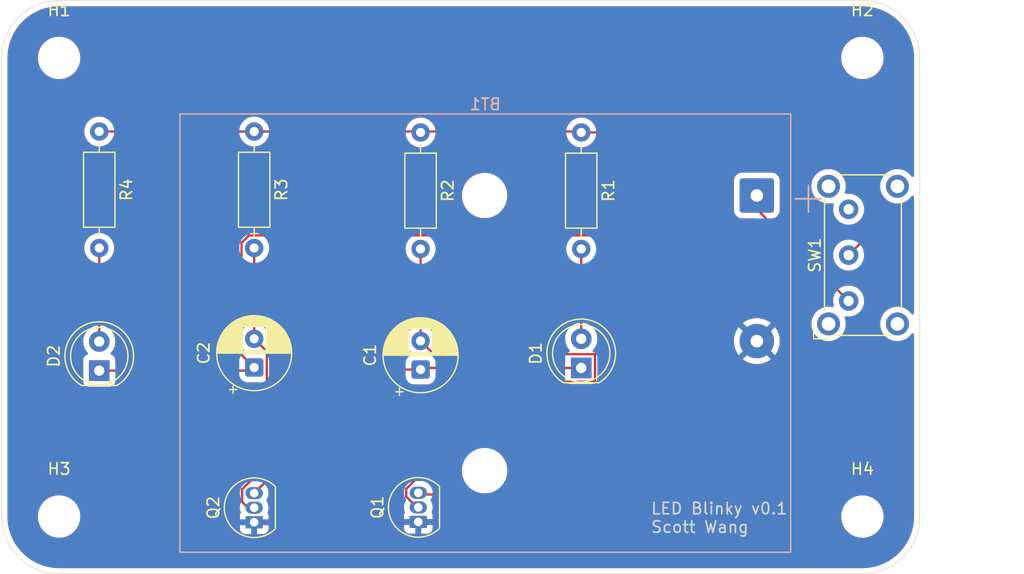
<source format=kicad_pcb>
(kicad_pcb (version 20241229) (generator "pcbnew") (generator_version "9.0")
  (layers (0 "F.Cu" signal) (2 "B.Cu" signal) (13 "F.Paste" user) (15 "B.Paste" user) (5 "F.SilkS" user "F.Silkscreen") (7 "B.SilkS" user "B.Silkscreen") (1 "F.Mask" user) (3 "B.Mask" user) (25 "Edge.Cuts" user))
  (net 0 "")
  (net 1 "Net-(BT1-+)")
  (net 2 "GND")
  (net 3 "Net-(D1-K)")
  (net 4 "Net-(Q1-B)")
  (net 5 "Net-(D2-K)")
  (net 6 "Net-(Q2-B)")
  (net 7 "Net-(D1-A)")
  (net 8 "Net-(D2-A)")
  (net 9 "VCC")
  (footprint "MountingHole:MountingHole_3.2mm_M3" (layer "F.Cu") (at 171.5 36)
    (property "Reference" "H1" (at 0 -4.15 0) (layer "F.SilkS"))
    (property "Value" "MountingHole")
    (pad "" np_thru_hole circle (at 0 0) (size 3.2 3.2) (drill 3.2) (layers "*.Cu" "*.Mask"))
  )
  (footprint "MountingHole:MountingHole_3.2mm_M3" (layer "F.Cu") (at 241.5 76)
    (property "Reference" "H4" (at 0 -4.15 0) (layer "F.SilkS"))
    (property "Value" "MountingHole")
    (pad "" np_thru_hole circle (at 0 0) (size 3.2 3.2) (drill 3.2) (layers "*.Cu" "*.Mask"))
  )
  (footprint "Capacitor_THT:CP_Radial_D6.3mm_P2.50mm" (layer "F.Cu") (at 188.5 63 90)
    (property "Reference" "C2" (at 1.25 -4.4 90) (layer "F.SilkS"))
    (property "Value" "10u")
    (fp_line (start 1.29 -3.23) (end 1.29 3.23) (stroke (width 0.12)) (layer "F.SilkS"))
    (fp_line (start 1.25 -3.23) (end 1.25 3.23) (stroke (width 0.12)) (layer "F.SilkS"))
    (fp_line (start 1.33 -3.229) (end 1.33 3.229) (stroke (width 0.12)) (layer "F.SilkS"))
    (fp_line (start 1.37 -3.228) (end 1.37 3.228) (stroke (width 0.12)) (layer "F.SilkS"))
    (fp_line (start 1.41 -3.226) (end 1.41 3.226) (stroke (width 0.12)) (layer "F.SilkS"))
    (fp_line (start 1.45 -3.224) (end 1.45 3.224) (stroke (width 0.12)) (layer "F.SilkS"))
    (fp_line (start 1.49 -3.221) (end 1.49 -1.04) (stroke (width 0.12)) (layer "F.SilkS"))
    (fp_line (start 1.53 -3.218) (end 1.53 -1.04) (stroke (width 0.12)) (layer "F.SilkS"))
    (fp_line (start 1.57 -3.214) (end 1.57 -1.04) (stroke (width 0.12)) (layer "F.SilkS"))
    (fp_line (start 1.61 -3.21) (end 1.61 -1.04) (stroke (width 0.12)) (layer "F.SilkS"))
    (fp_line (start 1.65 -3.205) (end 1.65 -1.04) (stroke (width 0.12)) (layer "F.SilkS"))
    (fp_line (start 1.69 -3.2) (end 1.69 -1.04) (stroke (width 0.12)) (layer "F.SilkS"))
    (fp_line (start 1.73 -3.195) (end 1.73 -1.04) (stroke (width 0.12)) (layer "F.SilkS"))
    (fp_line (start 1.77 -3.188) (end 1.77 -1.04) (stroke (width 0.12)) (layer "F.SilkS"))
    (fp_line (start 1.81 -3.182) (end 1.81 -1.04) (stroke (width 0.12)) (layer "F.SilkS"))
    (fp_line (start 1.85 -3.174) (end 1.85 -1.04) (stroke (width 0.12)) (layer "F.SilkS"))
    (fp_line (start 1.89 -3.167) (end 1.89 -1.04) (stroke (width 0.12)) (layer "F.SilkS"))
    (fp_line (start 1.93 -3.159) (end 1.93 -1.04) (stroke (width 0.12)) (layer "F.SilkS"))
    (fp_line (start 1.97 -3.15) (end 1.97 -1.04) (stroke (width 0.12)) (layer "F.SilkS"))
    (fp_line (start 2.01 -3.14) (end 2.01 -1.04) (stroke (width 0.12)) (layer "F.SilkS"))
    (fp_line (start 2.05 -3.131) (end 2.05 -1.04) (stroke (width 0.12)) (layer "F.SilkS"))
    (fp_line (start 2.09 -3.12) (end 2.09 -1.04) (stroke (width 0.12)) (layer "F.SilkS"))
    (fp_line (start 2.13 -3.109) (end 2.13 -1.04) (stroke (width 0.12)) (layer "F.SilkS"))
    (fp_line (start 2.17 -3.098) (end 2.17 -1.04) (stroke (width 0.12)) (layer "F.SilkS"))
    (fp_line (start 2.21 -3.086) (end 2.21 -1.04) (stroke (width 0.12)) (layer "F.SilkS"))
    (fp_line (start 2.25 -3.073) (end 2.25 -1.04) (stroke (width 0.12)) (layer "F.SilkS"))
    (fp_line (start 2.29 -3.06) (end 2.29 -1.04) (stroke (width 0.12)) (layer "F.SilkS"))
    (fp_line (start 2.33 -3.047) (end 2.33 -1.04) (stroke (width 0.12)) (layer "F.SilkS"))
    (fp_line (start 2.37 -3.032) (end 2.37 -1.04) (stroke (width 0.12)) (layer "F.SilkS"))
    (fp_line (start 2.41 -3.017) (end 2.41 -1.04) (stroke (width 0.12)) (layer "F.SilkS"))
    (fp_line (start 2.45 -3.002) (end 2.45 -1.04) (stroke (width 0.12)) (layer "F.SilkS"))
    (fp_line (start 2.49 -2.986) (end 2.49 -1.04) (stroke (width 0.12)) (layer "F.SilkS"))
    (fp_line (start 2.53 -2.969) (end 2.53 -1.04) (stroke (width 0.12)) (layer "F.SilkS"))
    (fp_line (start 2.57 -2.952) (end 2.57 -1.04) (stroke (width 0.12)) (layer "F.SilkS"))
    (fp_line (start 2.61 -2.934) (end 2.61 -1.04) (stroke (width 0.12)) (layer "F.SilkS"))
    (fp_line (start 2.65 -2.915) (end 2.65 -1.04) (stroke (width 0.12)) (layer "F.SilkS"))
    (fp_line (start 2.69 -2.896) (end 2.69 -1.04) (stroke (width 0.12)) (layer "F.SilkS"))
    (fp_line (start 2.73 -2.876) (end 2.73 -1.04) (stroke (width 0.12)) (layer "F.SilkS"))
    (fp_line (start 2.77 -2.855) (end 2.77 -1.04) (stroke (width 0.12)) (layer "F.SilkS"))
    (fp_line (start 2.81 -2.834) (end 2.81 -1.04) (stroke (width 0.12)) (layer "F.SilkS"))
    (fp_line (start 2.85 -2.812) (end 2.85 -1.04) (stroke (width 0.12)) (layer "F.SilkS"))
    (fp_line (start 2.89 -2.789) (end 2.89 -1.04) (stroke (width 0.12)) (layer "F.SilkS"))
    (fp_line (start 2.93 -2.765) (end 2.93 -1.04) (stroke (width 0.12)) (layer "F.SilkS"))
    (fp_line (start 2.97 -2.741) (end 2.97 -1.04) (stroke (width 0.12)) (layer "F.SilkS"))
    (fp_line (start 3.01 -2.716) (end 3.01 -1.04) (stroke (width 0.12)) (layer "F.SilkS"))
    (fp_line (start 3.05 -2.69) (end 3.05 -1.04) (stroke (width 0.12)) (layer "F.SilkS"))
    (fp_line (start 3.09 -2.663) (end 3.09 -1.04) (stroke (width 0.12)) (layer "F.SilkS"))
    (fp_line (start 3.13 -2.636) (end 3.13 -1.04) (stroke (width 0.12)) (layer "F.SilkS"))
    (fp_line (start 3.17 -2.607) (end 3.17 -1.04) (stroke (width 0.12)) (layer "F.SilkS"))
    (fp_line (start 3.21 -2.577) (end 3.21 -1.04) (stroke (width 0.12)) (layer "F.SilkS"))
    (fp_line (start 3.25 -2.547) (end 3.25 -1.04) (stroke (width 0.12)) (layer "F.SilkS"))
    (fp_line (start 3.29 -2.516) (end 3.29 -1.04) (stroke (width 0.12)) (layer "F.SilkS"))
    (fp_line (start 3.33 -2.483) (end 3.33 -1.04) (stroke (width 0.12)) (layer "F.SilkS"))
    (fp_line (start 3.37 -2.45) (end 3.37 -1.04) (stroke (width 0.12)) (layer "F.SilkS"))
    (fp_line (start 3.41 -2.415) (end 3.41 -1.04) (stroke (width 0.12)) (layer "F.SilkS"))
    (fp_line (start 3.45 -2.379) (end 3.45 -1.04) (stroke (width 0.12)) (layer "F.SilkS"))
    (fp_line (start 3.49 -2.342) (end 3.49 -1.04) (stroke (width 0.12)) (layer "F.SilkS"))
    (fp_line (start 3.53 -2.304) (end 3.53 -1.04) (stroke (width 0.12)) (layer "F.SilkS"))
    (fp_line (start 3.57 -2.264) (end 3.57 2.264) (stroke (width 0.12)) (layer "F.SilkS"))
    (fp_line (start 3.61 -2.223) (end 3.61 2.223) (stroke (width 0.12)) (layer "F.SilkS"))
    (fp_line (start 3.65 -2.181) (end 3.65 2.181) (stroke (width 0.12)) (layer "F.SilkS"))
    (fp_line (start -1.935241 -2.154) (end -1.935241 -1.524) (stroke (width 0.12)) (layer "F.SilkS"))
    (fp_line (start 3.69 -2.137) (end 3.69 2.137) (stroke (width 0.12)) (layer "F.SilkS"))
    (fp_line (start 3.73 -2.091) (end 3.73 2.091) (stroke (width 0.12)) (layer "F.SilkS"))
    (fp_line (start 3.77 -2.044) (end 3.77 2.044) (stroke (width 0.12)) (layer "F.SilkS"))
    (fp_line (start 3.81 -1.995) (end 3.81 1.995) (stroke (width 0.12)) (layer "F.SilkS"))
    (fp_line (start 3.85 -1.943) (end 3.85 1.943) (stroke (width 0.12)) (layer "F.SilkS"))
    (fp_line (start 3.89 -1.89) (end 3.89 1.89) (stroke (width 0.12)) (layer "F.SilkS"))
    (fp_line (start -2.250241 -1.839) (end -1.620241 -1.839) (stroke (width 0.12)) (layer "F.SilkS"))
    (fp_line (start 3.93 -1.834) (end 3.93 1.834) (stroke (width 0.12)) (layer "F.SilkS"))
    (fp_line (start 3.97 -1.775) (end 3.97 1.775) (stroke (width 0.12)) (layer "F.SilkS"))
    (fp_line (start 4.01 -1.714) (end 4.01 1.714) (stroke (width 0.12)) (layer "F.SilkS"))
    (fp_line (start 4.05 -1.649) (end 4.05 1.649) (stroke (width 0.12)) (layer "F.SilkS"))
    (fp_line (start 4.09 -1.581) (end 4.09 1.581) (stroke (width 0.12)) (layer "F.SilkS"))
    (fp_line (start 4.13 -1.509) (end 4.13 1.509) (stroke (width 0.12)) (layer "F.SilkS"))
    (fp_line (start 4.17 -1.432) (end 4.17 1.432) (stroke (width 0.12)) (layer "F.SilkS"))
    (fp_line (start 4.21 -1.35) (end 4.21 1.35) (stroke (width 0.12)) (layer "F.SilkS"))
    (fp_line (start 4.25 -1.261) (end 4.25 1.261) (stroke (width 0.12)) (layer "F.SilkS"))
    (fp_line (start 4.29 -1.165) (end 4.29 1.165) (stroke (width 0.12)) (layer "F.SilkS"))
    (fp_line (start 4.33 -1.058) (end 4.33 1.058) (stroke (width 0.12)) (layer "F.SilkS"))
    (fp_line (start 4.37 -0.939) (end 4.37 0.939) (stroke (width 0.12)) (layer "F.SilkS"))
    (fp_line (start 4.41 -0.801) (end 4.41 0.801) (stroke (width 0.12)) (layer "F.SilkS"))
    (fp_line (start 4.45 -0.633) (end 4.45 0.633) (stroke (width 0.12)) (layer "F.SilkS"))
    (fp_line (start 4.49 -0.402) (end 4.49 0.402) (stroke (width 0.12)) (layer "F.SilkS"))
    (fp_line (start 3.53 1.04) (end 3.53 2.304) (stroke (width 0.12)) (layer "F.SilkS"))
    (fp_line (start 3.49 1.04) (end 3.49 2.342) (stroke (width 0.12)) (layer "F.SilkS"))
    (fp_line (start 3.45 1.04) (end 3.45 2.379) (stroke (width 0.12)) (layer "F.SilkS"))
    (fp_line (start 3.41 1.04) (end 3.41 2.415) (stroke (width 0.12)) (layer "F.SilkS"))
    (fp_line (start 3.37 1.04) (end 3.37 2.45) (stroke (width 0.12)) (layer "F.SilkS"))
    (fp_line (start 3.33 1.04) (end 3.33 2.483) (stroke (width 0.12)) (layer "F.SilkS"))
    (fp_line (start 3.29 1.04) (end 3.29 2.516) (stroke (width 0.12)) (layer "F.SilkS"))
    (fp_line (start 3.25 1.04) (end 3.25 2.547) (stroke (width 0.12)) (layer "F.SilkS"))
    (fp_line (start 3.21 1.04) (end 3.21 2.577) (stroke (width 0.12)) (layer "F.SilkS"))
    (fp_line (start 3.17 1.04) (end 3.17 2.607) (stroke (width 0.12)) (layer "F.SilkS"))
    (fp_line (start 3.13 1.04) (end 3.13 2.636) (stroke (width 0.12)) (layer "F.SilkS"))
    (fp_line (start 3.09 1.04) (end 3.09 2.663) (stroke (width 0.12)) (layer "F.SilkS"))
    (fp_line (start 3.05 1.04) (end 3.05 2.69) (stroke (width 0.12)) (layer "F.SilkS"))
    (fp_line (start 3.01 1.04) (end 3.01 2.716) (stroke (width 0.12)) (layer "F.SilkS"))
    (fp_line (start 2.97 1.04) (end 2.97 2.741) (stroke (width 0.12)) (layer "F.SilkS"))
    (fp_line (start 2.93 1.04) (end 2.93 2.765) (stroke (width 0.12)) (layer "F.SilkS"))
    (fp_line (start 2.89 1.04) (end 2.89 2.789) (stroke (width 0.12)) (layer "F.SilkS"))
    (fp_line (start 2.85 1.04) (end 2.85 2.812) (stroke (width 0.12)) (layer "F.SilkS"))
    (fp_line (start 2.81 1.04) (end 2.81 2.834) (stroke (width 0.12)) (layer "F.SilkS"))
    (fp_line (start 2.77 1.04) (end 2.77 2.855) (stroke (width 0.12)) (layer "F.SilkS"))
    (fp_line (start 2.73 1.04) (end 2.73 2.876) (stroke (width 0.12)) (layer "F.SilkS"))
    (fp_line (start 2.69 1.04) (end 2.69 2.896) (stroke (width 0.12)) (layer "F.SilkS"))
    (fp_line (start 2.65 1.04) (end 2.65 2.915) (stroke (width 0.12)) (layer "F.SilkS"))
    (fp_line (start 2.61 1.04) (end 2.61 2.934) (stroke (width 0.12)) (layer "F.SilkS"))
    (fp_line (start 2.57 1.04) (end 2.57 2.952) (stroke (width 0.12)) (layer "F.SilkS"))
    (fp_line (start 2.53 1.04) (end 2.53 2.969) (stroke (width 0.12)) (layer "F.SilkS"))
    (fp_line (start 2.49 1.04) (end 2.49 2.986) (stroke (width 0.12)) (layer "F.SilkS"))
    (fp_line (start 2.45 1.04) (end 2.45 3.002) (stroke (width 0.12)) (layer "F.SilkS"))
    (fp_line (start 2.41 1.04) (end 2.41 3.017) (stroke (width 0.12)) (layer "F.SilkS"))
    (fp_line (start 2.37 1.04) (end 2.37 3.032) (stroke (width 0.12)) (layer "F.SilkS"))
    (fp_line (start 2.33 1.04) (end 2.33 3.047) (stroke (width 0.12)) (layer "F.SilkS"))
    (fp_line (start 2.29 1.04) (end 2.29 3.06) (stroke (width 0.12)) (layer "F.SilkS"))
    (fp_line (start 2.25 1.04) (end 2.25 3.073) (stroke (width 0.12)) (layer "F.SilkS"))
    (fp_line (start 2.21 1.04) (end 2.21 3.086) (stroke (width 0.12)) (layer "F.SilkS"))
    (fp_line (start 2.17 1.04) (end 2.17 3.098) (stroke (width 0.12)) (layer "F.SilkS"))
    (fp_line (start 2.13 1.04) (end 2.13 3.109) (stroke (width 0.12)) (layer "F.SilkS"))
    (fp_line (start 2.09 1.04) (end 2.09 3.12) (stroke (width 0.12)) (layer "F.SilkS"))
    (fp_line (start 2.05 1.04) (end 2.05 3.131) (stroke (width 0.12)) (layer "F.SilkS"))
    (fp_line (start 2.01 1.04) (end 2.01 3.14) (stroke (width 0.12)) (layer "F.SilkS"))
    (fp_line (start 1.97 1.04) (end 1.97 3.15) (stroke (width 0.12)) (layer "F.SilkS"))
    (fp_line (start 1.93 1.04) (end 1.93 3.159) (stroke (width 0.12)) (layer "F.SilkS"))
    (fp_line (start 1.89 1.04) (end 1.89 3.167) (stroke (width 0.12)) (layer "F.SilkS"))
    (fp_line (start 1.85 1.04) (end 1.85 3.174) (stroke (width 0.12)) (layer "F.SilkS"))
    (fp_line (start 1.81 1.04) (end 1.81 3.182) (stroke (width 0.12)) (layer "F.SilkS"))
    (fp_line (start 1.77 1.04) (end 1.77 3.188) (stroke (width 0.12)) (layer "F.SilkS"))
    (fp_line (start 1.73 1.04) (end 1.73 3.195) (stroke (width 0.12)) (layer "F.SilkS"))
    (fp_line (start 1.69 1.04) (end 1.69 3.2) (stroke (width 0.12)) (layer "F.SilkS"))
    (fp_line (start 1.65 1.04) (end 1.65 3.205) (stroke (width 0.12)) (layer "F.SilkS"))
    (fp_line (start 1.61 1.04) (end 1.61 3.21) (stroke (width 0.12)) (layer "F.SilkS"))
    (fp_line (start 1.57 1.04) (end 1.57 3.214) (stroke (width 0.12)) (layer "F.SilkS"))
    (fp_line (start 1.53 1.04) (end 1.53 3.218) (stroke (width 0.12)) (layer "F.SilkS"))
    (fp_line (start 1.49 1.04) (end 1.49 3.221) (stroke (width 0.12)) (layer "F.SilkS"))
    (fp_circle (center 1.25 0) (end 4.52 0) (stroke (width 0.12)) (fill no) (layer "F.SilkS"))
    (pad "1" thru_hole roundrect (at 0 0 90) (size 1.6 1.6) (drill 0.8) (layers "*.Cu" "*.Mask") (roundrect_rratio 0.15625) (net 5 "Net-(D2-K)"))
    (pad "2" thru_hole circle (at 2.5 0 90) (size 1.6 1.6) (drill 0.8) (layers "*.Cu" "*.Mask") (net 6 "Net-(Q2-B)"))
  )
  (footprint "Resistor_THT:R_Axial_DIN0207_L6.3mm_D2.5mm_P10.16mm_Horizontal" (layer "F.Cu") (at 203 42.5 -90)
    (property "Reference" "R2" (at 5.08 -2.37 90) (layer "F.SilkS"))
    (property "Value" "47k")
    (fp_line (start 1.04 0) (end 1.81 0) (stroke (width 0.12)) (layer "F.SilkS"))
    (fp_line (start 9.12 0) (end 8.35 0) (stroke (width 0.12)) (layer "F.SilkS"))
    (fp_rect (start 1.81 -1.37) (end 8.35 1.37) (stroke (width 0.12)) (fill no) (layer "F.SilkS"))
    (pad "1" thru_hole circle (at 0 0 270) (size 1.6 1.6) (drill 0.8) (layers "*.Cu" "*.Mask") (net 9 "VCC"))
    (pad "2" thru_hole circle (at 10.16 0 270) (size 1.6 1.6) (drill 0.8) (layers "*.Cu" "*.Mask") (net 4 "Net-(Q1-B)"))
  )
  (footprint "Button_Switch_THT:SW_E-Switch_EG1224_SPDT_Angled" (layer "F.Cu") (at 240.3 57.2 90)
    (property "Reference" "SW1" (at 4 -2.95 90) (layer "F.SilkS"))
    (property "Value" "SW_SPDT")
    (fp_line (start -3.3 -3.05) (end -2 -3.05) (stroke (width 0.12)) (layer "F.SilkS"))
    (fp_line (start -0.95 -2.1) (end 8.95 -2.1) (stroke (width 0.12)) (layer "F.SilkS"))
    (fp_line (start -3.3 -1.75) (end -3.3 -3.05) (stroke (width 0.12)) (layer "F.SilkS"))
    (fp_line (start 11 -1.35) (end 11 3.85) (stroke (width 0.12)) (layer "F.SilkS"))
    (fp_line (start -3 3.85) (end -3 -1.35) (stroke (width 0.12)) (layer "F.SilkS"))
    (fp_line (start 8.95 4.6) (end -0.95 4.6) (stroke (width 0.12)) (layer "F.SilkS"))
    (pad "" thru_hole circle (at -2 -1.75 90) (size 2 2) (drill 1.2) (layers "*.Cu" "*.Mask"))
    (pad "" thru_hole circle (at -2 4.25 90) (size 2 2) (drill 1.2) (layers "*.Cu" "*.Mask"))
    (pad "" thru_hole circle (at 10 -1.75 90) (size 2 2) (drill 1.2) (layers "*.Cu" "*.Mask"))
    (pad "" thru_hole circle (at 10 4.25 90) (size 2 2) (drill 1.2) (layers "*.Cu" "*.Mask"))
    (pad "1" thru_hole circle (at 0 0 90) (size 1.7 1.7) (drill 0.9) (layers "*.Cu" "*.Mask") (net 1 "Net-(BT1-+)"))
    (pad "2" thru_hole circle (at 4 0 90) (size 1.7 1.7) (drill 0.9) (layers "*.Cu" "*.Mask") (net 9 "VCC"))
    (pad "3" thru_hole circle (at 8 0 90) (size 1.7 1.7) (drill 0.9) (layers "*.Cu" "*.Mask"))
  )
  (footprint "LED_THT:LED_D5.0mm" (layer "F.Cu") (at 175 63.275 90)
    (property "Reference" "D2" (at 1.27 -3.96 90) (layer "F.SilkS"))
    (property "Value" "LED")
    (fp_line (start -1.29 -1.545) (end -1.29 1.545) (stroke (width 0.12)) (layer "F.SilkS"))
    (fp_arc (start -1.29 -1.54483) (mid 2.071779 -2.880495) (end 4.26 0) (stroke (width 0.12)) (layer "F.SilkS"))
    (fp_arc (start 4.26 0) (mid 2.071779 2.880495) (end -1.29 1.54483) (stroke (width 0.12)) (layer "F.SilkS"))
    (fp_circle (center 1.27 0) (end 3.77 0) (stroke (width 0.12)) (fill no) (layer "F.SilkS"))
    (pad "1" thru_hole rect (at 0 0 90) (size 1.8 1.8) (drill 0.9) (layers "*.Cu" "*.Mask") (net 5 "Net-(D2-K)"))
    (pad "2" thru_hole circle (at 2.54 0 90) (size 1.8 1.8) (drill 0.9) (layers "*.Cu" "*.Mask") (net 8 "Net-(D2-A)"))
  )
  (footprint "Resistor_THT:R_Axial_DIN0207_L6.3mm_D2.5mm_P10.16mm_Horizontal" (layer "F.Cu") (at 188.5 42.42 -90)
    (property "Reference" "R3" (at 5.08 -2.37 90) (layer "F.SilkS"))
    (property "Value" "47k")
    (fp_line (start 1.04 0) (end 1.81 0) (stroke (width 0.12)) (layer "F.SilkS"))
    (fp_line (start 9.12 0) (end 8.35 0) (stroke (width 0.12)) (layer "F.SilkS"))
    (fp_rect (start 1.81 -1.37) (end 8.35 1.37) (stroke (width 0.12)) (fill no) (layer "F.SilkS"))
    (pad "1" thru_hole circle (at 0 0 270) (size 1.6 1.6) (drill 0.8) (layers "*.Cu" "*.Mask") (net 9 "VCC"))
    (pad "2" thru_hole circle (at 10.16 0 270) (size 1.6 1.6) (drill 0.8) (layers "*.Cu" "*.Mask") (net 6 "Net-(Q2-B)"))
  )
  (footprint "MountingHole:MountingHole_3.2mm_M3" (layer "F.Cu") (at 171.5 76)
    (property "Reference" "H3" (at 0 -4.15 0) (layer "F.SilkS"))
    (property "Value" "MountingHole")
    (pad "" np_thru_hole circle (at 0 0) (size 3.2 3.2) (drill 3.2) (layers "*.Cu" "*.Mask"))
  )
  (footprint "Package_TO_SOT_THT:TO-92_Inline" (layer "F.Cu") (at 202.8 76.47 90)
    (property "Reference" "Q1" (at 1.27 -3.56 90) (layer "F.SilkS"))
    (property "Value" "2N3904")
    (fp_line (start -0.53 1.85) (end 3.07 1.85) (stroke (width 0.12)) (layer "F.SilkS"))
    (fp_arc (start 1.27 -2.6) (mid 3.672087 -0.994977) (end 3.108478 1.838478) (stroke (width 0.12)) (layer "F.SilkS"))
    (fp_arc (start -0.568478 1.838478) (mid -1.132087 -0.994977) (end 1.27 -2.6) (stroke (width 0.12)) (layer "F.SilkS"))
    (pad "1" thru_hole rect (at 0 0 90) (size 1.05 1.5) (drill 0.75) (layers "*.Cu" "*.Mask") (net 2 "GND"))
    (pad "2" thru_hole oval (at 1.27 0 90) (size 1.05 1.5) (drill 0.75) (layers "*.Cu" "*.Mask") (net 4 "Net-(Q1-B)"))
    (pad "3" thru_hole oval (at 2.54 0 90) (size 1.05 1.5) (drill 0.75) (layers "*.Cu" "*.Mask") (net 5 "Net-(D2-K)"))
  )
  (footprint "Resistor_THT:R_Axial_DIN0207_L6.3mm_D2.5mm_P10.16mm_Horizontal" (layer "F.Cu") (at 175 42.42 -90)
    (property "Reference" "R4" (at 5.08 -2.37 90) (layer "F.SilkS"))
    (property "Value" "330")
    (fp_line (start 1.04 0) (end 1.81 0) (stroke (width 0.12)) (layer "F.SilkS"))
    (fp_line (start 9.12 0) (end 8.35 0) (stroke (width 0.12)) (layer "F.SilkS"))
    (fp_rect (start 1.81 -1.37) (end 8.35 1.37) (stroke (width 0.12)) (fill no) (layer "F.SilkS"))
    (pad "1" thru_hole circle (at 0 0 270) (size 1.6 1.6) (drill 0.8) (layers "*.Cu" "*.Mask") (net 9 "VCC"))
    (pad "2" thru_hole circle (at 10.16 0 270) (size 1.6 1.6) (drill 0.8) (layers "*.Cu" "*.Mask") (net 8 "Net-(D2-A)"))
  )
  (footprint "Capacitor_THT:CP_Radial_D6.3mm_P2.50mm" (layer "F.Cu") (at 203 63.182379 90)
    (property "Reference" "C1" (at 1.25 -4.4 90) (layer "F.SilkS"))
    (property "Value" "10u")
    (fp_line (start 1.29 -3.23) (end 1.29 3.23) (stroke (width 0.12)) (layer "F.SilkS"))
    (fp_line (start 1.25 -3.23) (end 1.25 3.23) (stroke (width 0.12)) (layer "F.SilkS"))
    (fp_line (start 1.33 -3.229) (end 1.33 3.229) (stroke (width 0.12)) (layer "F.SilkS"))
    (fp_line (start 1.37 -3.228) (end 1.37 3.228) (stroke (width 0.12)) (layer "F.SilkS"))
    (fp_line (start 1.41 -3.226) (end 1.41 3.226) (stroke (width 0.12)) (layer "F.SilkS"))
    (fp_line (start 1.45 -3.224) (end 1.45 3.224) (stroke (width 0.12)) (layer "F.SilkS"))
    (fp_line (start 1.49 -3.221) (end 1.49 -1.04) (stroke (width 0.12)) (layer "F.SilkS"))
    (fp_line (start 1.53 -3.218) (end 1.53 -1.04) (stroke (width 0.12)) (layer "F.SilkS"))
    (fp_line (start 1.57 -3.214) (end 1.57 -1.04) (stroke (width 0.12)) (layer "F.SilkS"))
    (fp_line (start 1.61 -3.21) (end 1.61 -1.04) (stroke (width 0.12)) (layer "F.SilkS"))
    (fp_line (start 1.65 -3.205) (end 1.65 -1.04) (stroke (width 0.12)) (layer "F.SilkS"))
    (fp_line (start 1.69 -3.2) (end 1.69 -1.04) (stroke (width 0.12)) (layer "F.SilkS"))
    (fp_line (start 1.73 -3.195) (end 1.73 -1.04) (stroke (width 0.12)) (layer "F.SilkS"))
    (fp_line (start 1.77 -3.188) (end 1.77 -1.04) (stroke (width 0.12)) (layer "F.SilkS"))
    (fp_line (start 1.81 -3.182) (end 1.81 -1.04) (stroke (width 0.12)) (layer "F.SilkS"))
    (fp_line (start 1.85 -3.174) (end 1.85 -1.04) (stroke (width 0.12)) (layer "F.SilkS"))
    (fp_line (start 1.89 -3.167) (end 1.89 -1.04) (stroke (width 0.12)) (layer "F.SilkS"))
    (fp_line (start 1.93 -3.159) (end 1.93 -1.04) (stroke (width 0.12)) (layer "F.SilkS"))
    (fp_line (start 1.97 -3.15) (end 1.97 -1.04) (stroke (width 0.12)) (layer "F.SilkS"))
    (fp_line (start 2.01 -3.14) (end 2.01 -1.04) (stroke (width 0.12)) (layer "F.SilkS"))
    (fp_line (start 2.05 -3.131) (end 2.05 -1.04) (stroke (width 0.12)) (layer "F.SilkS"))
    (fp_line (start 2.09 -3.12) (end 2.09 -1.04) (stroke (width 0.12)) (layer "F.SilkS"))
    (fp_line (start 2.13 -3.109) (end 2.13 -1.04) (stroke (width 0.12)) (layer "F.SilkS"))
    (fp_line (start 2.17 -3.098) (end 2.17 -1.04) (stroke (width 0.12)) (layer "F.SilkS"))
    (fp_line (start 2.21 -3.086) (end 2.21 -1.04) (stroke (width 0.12)) (layer "F.SilkS"))
    (fp_line (start 2.25 -3.073) (end 2.25 -1.04) (stroke (width 0.12)) (layer "F.SilkS"))
    (fp_line (start 2.29 -3.06) (end 2.29 -1.04) (stroke (width 0.12)) (layer "F.SilkS"))
    (fp_line (start 2.33 -3.047) (end 2.33 -1.04) (stroke (width 0.12)) (layer "F.SilkS"))
    (fp_line (start 2.37 -3.032) (end 2.37 -1.04) (stroke (width 0.12)) (layer "F.SilkS"))
    (fp_line (start 2.41 -3.017) (end 2.41 -1.04) (stroke (width 0.12)) (layer "F.SilkS"))
    (fp_line (start 2.45 -3.002) (end 2.45 -1.04) (stroke (width 0.12)) (layer "F.SilkS"))
    (fp_line (start 2.49 -2.986) (end 2.49 -1.04) (stroke (width 0.12)) (layer "F.SilkS"))
    (fp_line (start 2.53 -2.969) (end 2.53 -1.04) (stroke (width 0.12)) (layer "F.SilkS"))
    (fp_line (start 2.57 -2.952) (end 2.57 -1.04) (stroke (width 0.12)) (layer "F.SilkS"))
    (fp_line (start 2.61 -2.934) (end 2.61 -1.04) (stroke (width 0.12)) (layer "F.SilkS"))
    (fp_line (start 2.65 -2.915) (end 2.65 -1.04) (stroke (width 0.12)) (layer "F.SilkS"))
    (fp_line (start 2.69 -2.896) (end 2.69 -1.04) (stroke (width 0.12)) (layer "F.SilkS"))
    (fp_line (start 2.73 -2.876) (end 2.73 -1.04) (stroke (width 0.12)) (layer "F.SilkS"))
    (fp_line (start 2.77 -2.855) (end 2.77 -1.04) (stroke (width 0.12)) (layer "F.SilkS"))
    (fp_line (start 2.81 -2.834) (end 2.81 -1.04) (stroke (width 0.12)) (layer "F.SilkS"))
    (fp_line (start 2.85 -2.812) (end 2.85 -1.04) (stroke (width 0.12)) (layer "F.SilkS"))
    (fp_line (start 2.89 -2.789) (end 2.89 -1.04) (stroke (width 0.12)) (layer "F.SilkS"))
    (fp_line (start 2.93 -2.765) (end 2.93 -1.04) (stroke (width 0.12)) (layer "F.SilkS"))
    (fp_line (start 2.97 -2.741) (end 2.97 -1.04) (stroke (width 0.12)) (layer "F.SilkS"))
    (fp_line (start 3.01 -2.716) (end 3.01 -1.04) (stroke (width 0.12)) (layer "F.SilkS"))
    (fp_line (start 3.05 -2.69) (end 3.05 -1.04) (stroke (width 0.12)) (layer "F.SilkS"))
    (fp_line (start 3.09 -2.663) (end 3.09 -1.04) (stroke (width 0.12)) (layer "F.SilkS"))
    (fp_line (start 3.13 -2.636) (end 3.13 -1.04) (stroke (width 0.12)) (layer "F.SilkS"))
    (fp_line (start 3.17 -2.607) (end 3.17 -1.04) (stroke (width 0.12)) (layer "F.SilkS"))
    (fp_line (start 3.21 -2.577) (end 3.21 -1.04) (stroke (width 0.12)) (layer "F.SilkS"))
    (fp_line (start 3.25 -2.547) (end 3.25 -1.04) (stroke (width 0.12)) (layer "F.SilkS"))
    (fp_line (start 3.29 -2.516) (end 3.29 -1.04) (stroke (width 0.12)) (layer "F.SilkS"))
    (fp_line (start 3.33 -2.483) (end 3.33 -1.04) (stroke (width 0.12)) (layer "F.SilkS"))
    (fp_line (start 3.37 -2.45) (end 3.37 -1.04) (stroke (width 0.12)) (layer "F.SilkS"))
    (fp_line (start 3.41 -2.415) (end 3.41 -1.04) (stroke (width 0.12)) (layer "F.SilkS"))
    (fp_line (start 3.45 -2.379) (end 3.45 -1.04) (stroke (width 0.12)) (layer "F.SilkS"))
    (fp_line (start 3.49 -2.342) (end 3.49 -1.04) (stroke (width 0.12)) (layer "F.SilkS"))
    (fp_line (start 3.53 -2.304) (end 3.53 -1.04) (stroke (width 0.12)) (layer "F.SilkS"))
    (fp_line (start 3.57 -2.264) (end 3.57 2.264) (stroke (width 0.12)) (layer "F.SilkS"))
    (fp_line (start 3.61 -2.223) (end 3.61 2.223) (stroke (width 0.12)) (layer "F.SilkS"))
    (fp_line (start 3.65 -2.181) (end 3.65 2.181) (stroke (width 0.12)) (layer "F.SilkS"))
    (fp_line (start -1.935241 -2.154) (end -1.935241 -1.524) (stroke (width 0.12)) (layer "F.SilkS"))
    (fp_line (start 3.69 -2.137) (end 3.69 2.137) (stroke (width 0.12)) (layer "F.SilkS"))
    (fp_line (start 3.73 -2.091) (end 3.73 2.091) (stroke (width 0.12)) (layer "F.SilkS"))
    (fp_line (start 3.77 -2.044) (end 3.77 2.044) (stroke (width 0.12)) (layer "F.SilkS"))
    (fp_line (start 3.81 -1.995) (end 3.81 1.995) (stroke (width 0.12)) (layer "F.SilkS"))
    (fp_line (start 3.85 -1.943) (end 3.85 1.943) (stroke (width 0.12)) (layer "F.SilkS"))
    (fp_line (start 3.89 -1.89) (end 3.89 1.89) (stroke (width 0.12)) (layer "F.SilkS"))
    (fp_line (start -2.250241 -1.839) (end -1.620241 -1.839) (stroke (width 0.12)) (layer "F.SilkS"))
    (fp_line (start 3.93 -1.834) (end 3.93 1.834) (stroke (width 0.12)) (layer "F.SilkS"))
    (fp_line (start 3.97 -1.775) (end 3.97 1.775) (stroke (width 0.12)) (layer "F.SilkS"))
    (fp_line (start 4.01 -1.714) (end 4.01 1.714) (stroke (width 0.12)) (layer "F.SilkS"))
    (fp_line (start 4.05 -1.649) (end 4.05 1.649) (stroke (width 0.12)) (layer "F.SilkS"))
    (fp_line (start 4.09 -1.581) (end 4.09 1.581) (stroke (width 0.12)) (layer "F.SilkS"))
    (fp_line (start 4.13 -1.509) (end 4.13 1.509) (stroke (width 0.12)) (layer "F.SilkS"))
    (fp_line (start 4.17 -1.432) (end 4.17 1.432) (stroke (width 0.12)) (layer "F.SilkS"))
    (fp_line (start 4.21 -1.35) (end 4.21 1.35) (stroke (width 0.12)) (layer "F.SilkS"))
    (fp_line (start 4.25 -1.261) (end 4.25 1.261) (stroke (width 0.12)) (layer "F.SilkS"))
    (fp_line (start 4.29 -1.165) (end 4.29 1.165) (stroke (width 0.12)) (layer "F.SilkS"))
    (fp_line (start 4.33 -1.058) (end 4.33 1.058) (stroke (width 0.12)) (layer "F.SilkS"))
    (fp_line (start 4.37 -0.939) (end 4.37 0.939) (stroke (width 0.12)) (layer "F.SilkS"))
    (fp_line (start 4.41 -0.801) (end 4.41 0.801) (stroke (width 0.12)) (layer "F.SilkS"))
    (fp_line (start 4.45 -0.633) (end 4.45 0.633) (stroke (width 0.12)) (layer "F.SilkS"))
    (fp_line (start 4.49 -0.402) (end 4.49 0.402) (stroke (width 0.12)) (layer "F.SilkS"))
    (fp_line (start 3.53 1.04) (end 3.53 2.304) (stroke (width 0.12)) (layer "F.SilkS"))
    (fp_line (start 3.49 1.04) (end 3.49 2.342) (stroke (width 0.12)) (layer "F.SilkS"))
    (fp_line (start 3.45 1.04) (end 3.45 2.379) (stroke (width 0.12)) (layer "F.SilkS"))
    (fp_line (start 3.41 1.04) (end 3.41 2.415) (stroke (width 0.12)) (layer "F.SilkS"))
    (fp_line (start 3.37 1.04) (end 3.37 2.45) (stroke (width 0.12)) (layer "F.SilkS"))
    (fp_line (start 3.33 1.04) (end 3.33 2.483) (stroke (width 0.12)) (layer "F.SilkS"))
    (fp_line (start 3.29 1.04) (end 3.29 2.516) (stroke (width 0.12)) (layer "F.SilkS"))
    (fp_line (start 3.25 1.04) (end 3.25 2.547) (stroke (width 0.12)) (layer "F.SilkS"))
    (fp_line (start 3.21 1.04) (end 3.21 2.577) (stroke (width 0.12)) (layer "F.SilkS"))
    (fp_line (start 3.17 1.04) (end 3.17 2.607) (stroke (width 0.12)) (layer "F.SilkS"))
    (fp_line (start 3.13 1.04) (end 3.13 2.636) (stroke (width 0.12)) (layer "F.SilkS"))
    (fp_line (start 3.09 1.04) (end 3.09 2.663) (stroke (width 0.12)) (layer "F.SilkS"))
    (fp_line (start 3.05 1.04) (end 3.05 2.69) (stroke (width 0.12)) (layer "F.SilkS"))
    (fp_line (start 3.01 1.04) (end 3.01 2.716) (stroke (width 0.12)) (layer "F.SilkS"))
    (fp_line (start 2.97 1.04) (end 2.97 2.741) (stroke (width 0.12)) (layer "F.SilkS"))
    (fp_line (start 2.93 1.04) (end 2.93 2.765) (stroke (width 0.12)) (layer "F.SilkS"))
    (fp_line (start 2.89 1.04) (end 2.89 2.789) (stroke (width 0.12)) (layer "F.SilkS"))
    (fp_line (start 2.85 1.04) (end 2.85 2.812) (stroke (width 0.12)) (layer "F.SilkS"))
    (fp_line (start 2.81 1.04) (end 2.81 2.834) (stroke (width 0.12)) (layer "F.SilkS"))
    (fp_line (start 2.77 1.04) (end 2.77 2.855) (stroke (width 0.12)) (layer "F.SilkS"))
    (fp_line (start 2.73 1.04) (end 2.73 2.876) (stroke (width 0.12)) (layer "F.SilkS"))
    (fp_line (start 2.69 1.04) (end 2.69 2.896) (stroke (width 0.12)) (layer "F.SilkS"))
    (fp_line (start 2.65 1.04) (end 2.65 2.915) (stroke (width 0.12)) (layer "F.SilkS"))
    (fp_line (start 2.61 1.04) (end 2.61 2.934) (stroke (width 0.12)) (layer "F.SilkS"))
    (fp_line (start 2.57 1.04) (end 2.57 2.952) (stroke (width 0.12)) (layer "F.SilkS"))
    (fp_line (start 2.53 1.04) (end 2.53 2.969) (stroke (width 0.12)) (layer "F.SilkS"))
    (fp_line (start 2.49 1.04) (end 2.49 2.986) (stroke (width 0.12)) (layer "F.SilkS"))
    (fp_line (start 2.45 1.04) (end 2.45 3.002) (stroke (width 0.12)) (layer "F.SilkS"))
    (fp_line (start 2.41 1.04) (end 2.41 3.017) (stroke (width 0.12)) (layer "F.SilkS"))
    (fp_line (start 2.37 1.04) (end 2.37 3.032) (stroke (width 0.12)) (layer "F.SilkS"))
    (fp_line (start 2.33 1.04) (end 2.33 3.047) (stroke (width 0.12)) (layer "F.SilkS"))
    (fp_line (start 2.29 1.04) (end 2.29 3.06) (stroke (width 0.12)) (layer "F.SilkS"))
    (fp_line (start 2.25 1.04) (end 2.25 3.073) (stroke (width 0.12)) (layer "F.SilkS"))
    (fp_line (start 2.21 1.04) (end 2.21 3.086) (stroke (width 0.12)) (layer "F.SilkS"))
    (fp_line (start 2.17 1.04) (end 2.17 3.098) (stroke (width 0.12)) (layer "F.SilkS"))
    (fp_line (start 2.13 1.04) (end 2.13 3.109) (stroke (width 0.12)) (layer "F.SilkS"))
    (fp_line (start 2.09 1.04) (end 2.09 3.12) (stroke (width 0.12)) (layer "F.SilkS"))
    (fp_line (start 2.05 1.04) (end 2.05 3.131) (stroke (width 0.12)) (layer "F.SilkS"))
    (fp_line (start 2.01 1.04) (end 2.01 3.14) (stroke (width 0.12)) (layer "F.SilkS"))
    (fp_line (start 1.97 1.04) (end 1.97 3.15) (stroke (width 0.12)) (layer "F.SilkS"))
    (fp_line (start 1.93 1.04) (end 1.93 3.159) (stroke (width 0.12)) (layer "F.SilkS"))
    (fp_line (start 1.89 1.04) (end 1.89 3.167) (stroke (width 0.12)) (layer "F.SilkS"))
    (fp_line (start 1.85 1.04) (end 1.85 3.174) (stroke (width 0.12)) (layer "F.SilkS"))
    (fp_line (start 1.81 1.04) (end 1.81 3.182) (stroke (width 0.12)) (layer "F.SilkS"))
    (fp_line (start 1.77 1.04) (end 1.77 3.188) (stroke (width 0.12)) (layer "F.SilkS"))
    (fp_line (start 1.73 1.04) (end 1.73 3.195) (stroke (width 0.12)) (layer "F.SilkS"))
    (fp_line (start 1.69 1.04) (end 1.69 3.2) (stroke (width 0.12)) (layer "F.SilkS"))
    (fp_line (start 1.65 1.04) (end 1.65 3.205) (stroke (width 0.12)) (layer "F.SilkS"))
    (fp_line (start 1.61 1.04) (end 1.61 3.21) (stroke (width 0.12)) (layer "F.SilkS"))
    (fp_line (start 1.57 1.04) (end 1.57 3.214) (stroke (width 0.12)) (layer "F.SilkS"))
    (fp_line (start 1.53 1.04) (end 1.53 3.218) (stroke (width 0.12)) (layer "F.SilkS"))
    (fp_line (start 1.49 1.04) (end 1.49 3.221) (stroke (width 0.12)) (layer "F.SilkS"))
    (fp_circle (center 1.25 0) (end 4.52 0) (stroke (width 0.12)) (fill no) (layer "F.SilkS"))
    (pad "1" thru_hole roundrect (at 0 0 90) (size 1.6 1.6) (drill 0.8) (layers "*.Cu" "*.Mask") (roundrect_rratio 0.15625) (net 3 "Net-(D1-K)"))
    (pad "2" thru_hole circle (at 2.5 0 90) (size 1.6 1.6) (drill 0.8) (layers "*.Cu" "*.Mask") (net 4 "Net-(Q1-B)"))
  )
  (footprint "MountingHole:MountingHole_3.2mm_M3" (layer "F.Cu") (at 241.5 36)
    (property "Reference" "H2" (at 0 -4.15 0) (layer "F.SilkS"))
    (property "Value" "MountingHole")
    (pad "" np_thru_hole circle (at 0 0) (size 3.2 3.2) (drill 3.2) (layers "*.Cu" "*.Mask"))
  )
  (footprint "Resistor_THT:R_Axial_DIN0207_L6.3mm_D2.5mm_P10.16mm_Horizontal" (layer "F.Cu") (at 217 42.5 -90)
    (property "Reference" "R1" (at 5.08 -2.37 90) (layer "F.SilkS"))
    (property "Value" "330")
    (fp_line (start 1.04 0) (end 1.81 0) (stroke (width 0.12)) (layer "F.SilkS"))
    (fp_line (start 9.12 0) (end 8.35 0) (stroke (width 0.12)) (layer "F.SilkS"))
    (fp_rect (start 1.81 -1.37) (end 8.35 1.37) (stroke (width 0.12)) (fill no) (layer "F.SilkS"))
    (pad "1" thru_hole circle (at 0 0 270) (size 1.6 1.6) (drill 0.8) (layers "*.Cu" "*.Mask") (net 9 "VCC"))
    (pad "2" thru_hole circle (at 10.16 0 270) (size 1.6 1.6) (drill 0.8) (layers "*.Cu" "*.Mask") (net 7 "Net-(D1-A)"))
  )
  (footprint "LED_THT:LED_D5.0mm" (layer "F.Cu") (at 217 63.04 90)
    (property "Reference" "D1" (at 1.27 -3.96 90) (layer "F.SilkS"))
    (property "Value" "LED")
    (fp_line (start -1.29 -1.545) (end -1.29 1.545) (stroke (width 0.12)) (layer "F.SilkS"))
    (fp_arc (start -1.29 -1.54483) (mid 2.071779 -2.880495) (end 4.26 0) (stroke (width 0.12)) (layer "F.SilkS"))
    (fp_arc (start 4.26 0) (mid 2.071779 2.880495) (end -1.29 1.54483) (stroke (width 0.12)) (layer "F.SilkS"))
    (fp_circle (center 1.27 0) (end 3.77 0) (stroke (width 0.12)) (fill no) (layer "F.SilkS"))
    (pad "1" thru_hole rect (at 0 0 90) (size 1.8 1.8) (drill 0.9) (layers "*.Cu" "*.Mask") (net 3 "Net-(D1-K)"))
    (pad "2" thru_hole circle (at 2.54 0 90) (size 1.8 1.8) (drill 0.9) (layers "*.Cu" "*.Mask") (net 7 "Net-(D1-A)"))
  )
  (footprint "Package_TO_SOT_THT:TO-92_Inline" (layer "F.Cu") (at 188.5 76.5 90)
    (property "Reference" "Q2" (at 1.27 -3.56 90) (layer "F.SilkS"))
    (property "Value" "2N3904")
    (fp_line (start -0.53 1.85) (end 3.07 1.85) (stroke (width 0.12)) (layer "F.SilkS"))
    (fp_arc (start 1.27 -2.6) (mid 3.672087 -0.994977) (end 3.108478 1.838478) (stroke (width 0.12)) (layer "F.SilkS"))
    (fp_arc (start -0.568478 1.838478) (mid -1.132087 -0.994977) (end 1.27 -2.6) (stroke (width 0.12)) (layer "F.SilkS"))
    (pad "1" thru_hole rect (at 0 0 90) (size 1.05 1.5) (drill 0.75) (layers "*.Cu" "*.Mask") (net 2 "GND"))
    (pad "2" thru_hole oval (at 1.27 0 90) (size 1.05 1.5) (drill 0.75) (layers "*.Cu" "*.Mask") (net 6 "Net-(Q2-B)"))
    (pad "3" thru_hole oval (at 2.54 0 90) (size 1.05 1.5) (drill 0.75) (layers "*.Cu" "*.Mask") (net 3 "Net-(D1-K)"))
  )
  (footprint "Battery:BatteryHolder_Keystone_2479_3xAAA" (layer "B.Cu") (at 232.3 48 180)
    (property "Reference" "BT1" (at 23.66 7.95 0) (layer "B.SilkS") (effects (justify mirror)))
    (property "Value" "Battery")
    (fp_line (start 50.27 7.11) (end 50.27 -31.11) (stroke (width 0.12)) (layer "B.SilkS"))
    (fp_line (start 50.27 -31.11) (end -2.95 -31.11) (stroke (width 0.12)) (layer "B.SilkS"))
    (fp_line (start -2.95 7.11) (end 50.27 7.11) (stroke (width 0.12)) (layer "B.SilkS"))
    (fp_line (start -2.95 -31.11) (end -2.95 7.11) (stroke (width 0.12)) (layer "B.SilkS"))
    (fp_text user "+" (at -4.5 -0.05 0) (layer "B.SilkS") (effects (font (size 3 3)) (justify mirror)))
    (pad "" np_thru_hole circle (at 23.72 -24 180) (size 3.45 3.45) (drill 3.45) (layers "*.Cu" "*.Mask"))
    (pad "" np_thru_hole circle (at 23.72 0 180) (size 3.45 3.45) (drill 3.45) (layers "*.Cu" "*.Mask"))
    (pad "1" thru_hole roundrect (at 0 0 180) (size 3 3) (drill 1.1) (layers "*.Cu" "*.Mask") (roundrect_rratio 0.083333) (net 1 "Net-(BT1-+)"))
    (pad "2" thru_hole circle (at 0 -12.7 180) (size 3 3) (drill 1.1) (layers "*.Cu" "*.Mask") (net 2 "GND"))
  )
  (gr_line (start 171.5 31) (end 241.5 31) (stroke (width 0.05)) (layer "Edge.Cuts"))
  (gr_arc (start 171.5 81) (mid 167.964466 79.535534) (end 166.5 76) (stroke (width 0.05)) (layer "Edge.Cuts"))
  (gr_arc (start 246.5 76) (mid 245.035534 79.535534) (end 241.5 81) (stroke (width 0.05)) (layer "Edge.Cuts"))
  (gr_arc (start 166.5 36) (mid 167.964466 32.464466) (end 171.5 31) (stroke (width 0.05)) (layer "Edge.Cuts"))
  (gr_line (start 166.5 76) (end 166.5 36) (stroke (width 0.05)) (layer "Edge.Cuts"))
  (gr_line (start 246.5 36) (end 246.5 76) (stroke (width 0.05)) (layer "Edge.Cuts"))
  (gr_arc (start 241.5 31) (mid 245.035534 32.464466) (end 246.5 36) (stroke (width 0.05)) (layer "Edge.Cuts"))
  (gr_line (start 241.5 81) (end 171.5 81) (stroke (width 0.05)) (layer "Edge.Cuts"))
  (gr_text "LED Blinky v0.1\nScott Wang" (at 223 77.5 0) (layer "Edge.Cuts") (effects (font (size 1 1)) (justify left bottom)))
  (segment (start 232.3 49.2) (end 240.3 57.2) (width 0.2) (layer "F.Cu") (net 1))
  (segment (start 232.3 48) (end 232.3 49.2) (width 0.2) (layer "F.Cu") (net 1))
  (segment (start 217 63.04) (end 203.142379 63.04) (width 0.2) (layer "F.Cu") (net 3))
  (segment (start 199.277621 63.182379) (end 188.5 73.96) (width 0.2) (layer "F.Cu") (net 3))
  (segment (start 203 63.182379) (end 199.277621 63.182379) (width 0.2) (layer "F.Cu") (net 3))
  (segment (start 203.142379 63.04) (end 203 63.182379) (width 0.2) (layer "F.Cu") (net 3))
  (segment (start 211.09586 64.241) (end 201.749 73.58786) (width 0.2) (layer "F.Cu") (net 4))
  (segment (start 218.201 61.839) (end 218.201 64.241) (width 0.2) (layer "F.Cu") (net 4))
  (segment (start 201.749 74.27214) (end 202.67686 75.2) (width 0.2) (layer "F.Cu") (net 4))
  (segment (start 203 60.682379) (end 204.156621 61.839) (width 0.2) (layer "F.Cu") (net 4))
  (segment (start 202.67686 75.2) (end 202.8 75.2) (width 0.2) (layer "F.Cu") (net 4))
  (segment (start 203 52.66) (end 203 60.682379) (width 0.2) (layer "F.Cu") (net 4))
  (segment (start 218.201 64.241) (end 211.09586 64.241) (width 0.2) (layer "F.Cu") (net 4))
  (segment (start 201.749 73.58786) (end 201.749 74.27214) (width 0.2) (layer "F.Cu") (net 4))
  (segment (start 204.156621 61.839) (end 218.201 61.839) (width 0.2) (layer "F.Cu") (net 4))
  (segment (start 202.946 74.076) (end 202.8 73.93) (width 0.2) (layer "F.Cu") (net 5))
  (segment (start 188.04395 51.479) (end 221.079 51.479) (width 0.2) (layer "F.Cu") (net 5))
  (segment (start 221.079 51.479) (end 222.65 53.05) (width 0.2) (layer "F.Cu") (net 5))
  (segment (start 187.399 52.12395) (end 188.04395 51.479) (width 0.2) (layer "F.Cu") (net 5))
  (segment (start 187.399 61.899) (end 187.399 52.12395) (width 0.2) (layer "F.Cu") (net 5))
  (segment (start 188.5 63) (end 187.399 61.899) (width 0.2) (layer "F.Cu") (net 5))
  (segment (start 222.65 73.1) (end 221.674 74.076) (width 0.2) (layer "F.Cu") (net 5))
  (segment (start 175 63.275) (end 188.225 63.275) (width 0.2) (layer "F.Cu") (net 5))
  (segment (start 222.65 53.05) (end 222.65 73.1) (width 0.2) (layer "F.Cu") (net 5))
  (segment (start 188.225 63.275) (end 188.5 63) (width 0.2) (layer "F.Cu") (net 5))
  (segment (start 221.674 74.076) (end 202.946 74.076) (width 0.2) (layer "F.Cu") (net 5))
  (segment (start 189.601 71.46586) (end 187.449 73.61786) (width 0.2) (layer "F.Cu") (net 6))
  (segment (start 187.956 75.23) (end 188.5 75.23) (width 0.2) (layer "F.Cu") (net 6))
  (segment (start 188.5 60.5) (end 189.601 61.601) (width 0.2) (layer "F.Cu") (net 6))
  (segment (start 187.449 74.723) (end 187.956 75.23) (width 0.2) (layer "F.Cu") (net 6))
  (segment (start 189.601 61.601) (end 189.601 71.46586) (width 0.2) (layer "F.Cu") (net 6))
  (segment (start 188.5 52.58) (end 188.5 60.5) (width 0.2) (layer "F.Cu") (net 6))
  (segment (start 187.449 73.61786) (end 187.449 74.723) (width 0.2) (layer "F.Cu") (net 6))
  (segment (start 217 52.66) (end 217 60.5) (width 0.2) (layer "F.Cu") (net 7))
  (segment (start 175 60.735) (end 175 52.58) (width 0.2) (layer "F.Cu") (net 8))
  (segment (start 216.92 42.42) (end 217 42.5) (width 0.2) (layer "F.Cu") (net 9))
  (segment (start 242.45 51.05) (end 242.45 43) (width 0.2) (layer "F.Cu") (net 9))
  (segment (start 242.45 43) (end 241.95 42.5) (width 0.2) (layer "F.Cu") (net 9))
  (segment (start 240.3 53.2) (end 242.45 51.05) (width 0.2) (layer "F.Cu") (net 9))
  (segment (start 175 42.42) (end 188.5 42.42) (width 0.2) (layer "F.Cu") (net 9))
  (segment (start 241.95 42.5) (end 217 42.5) (width 0.2) (layer "F.Cu") (net 9))
  (segment (start 188.5 42.42) (end 216.92 42.42) (width 0.2) (layer "F.Cu") (net 9))
  (zone (net 2) (net_name "GND") (layers "F.Cu" "B.Cu") (connect_pads (clearance 0.5)) (min_thickness 0.25) (fill yes (thermal_gap 0.5) (thermal_bridge_width 0.5))
    (polygon (pts (xy 246.65 30.95) (xy 246.65 81) (xy 166.55 81) (xy 166.5 80.95) (xy 166.5 30.95)))
  )
)
</source>
